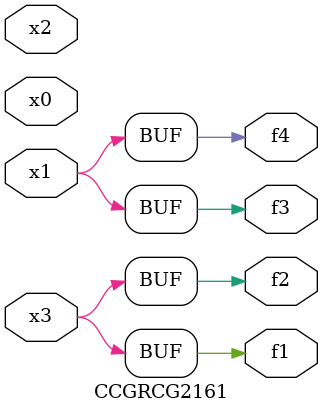
<source format=v>
module CCGRCG2161(
	input x0, x1, x2, x3,
	output f1, f2, f3, f4
);
	assign f1 = x3;
	assign f2 = x3;
	assign f3 = x1;
	assign f4 = x1;
endmodule

</source>
